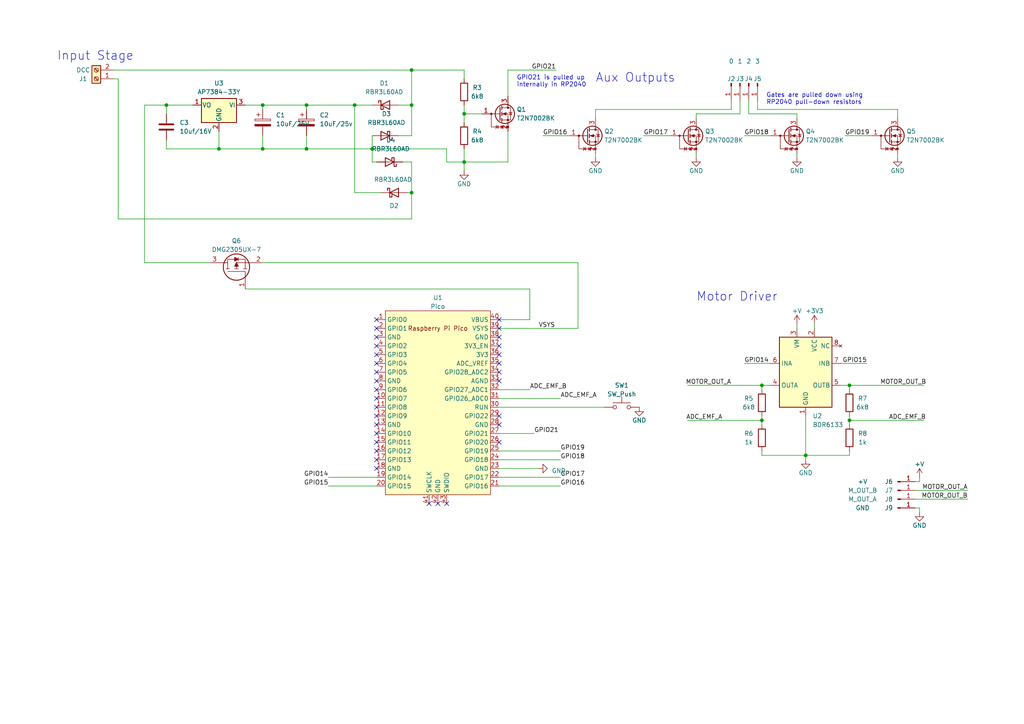
<source format=kicad_sch>
(kicad_sch (version 20230121) (generator eeschema)
  (paper "A4")
  (title_block (title "Pico DCC Decoder - ") (date "2024-10-26") (rev "3.0") (comment 1 "Changed Inpuut regulator"))
  (lib_symbols
    (symbol "Connector:Conn_01x01_Male" (pin_names (offset 1.016) hide)
      (property "Reference" "J" (at 0 2.54 0))
      (property "Value" "Conn_01x01_Male" (at 0 -2.54 0))
      (symbol "Conn_01x01_Male_1_1"
        (polyline (pts (xy 1.27 0) (xy 0.8636 0)) (stroke (width 0.1524)))
        (rectangle (start 0.8636 0.127) (end 0 -0.127) (stroke (width 0.1524)) (fill (type outline)))
        (pin passive line (at 5.08 0 180) (length 3.81) (name "Pin_1") (number "1"))
      )
    )
    (symbol "Connector:Screw_Terminal_01x02" (pin_names (offset 1.016) hide)
      (property "Reference" "J" (at 0 2.54 0))
      (property "Value" "Screw_Terminal_01x02" (at 0 -5.08 0))
      (symbol "Screw_Terminal_01x02_1_1"
        (rectangle (start -1.27 1.27) (end 1.27 -3.81) (stroke (width 0.254)) (fill (type background)))
        (circle (center 0 -2.54) (radius 0.635) (stroke (width 0.1524)))
        (polyline (pts (xy -0.5334 -2.2098) (xy 0.3302 -3.048)) (stroke (width 0.1524)))
        (polyline (pts (xy -0.5334 0.3302) (xy 0.3302 -0.508)) (stroke (width 0.1524)))
        (polyline (pts (xy -0.3556 -2.032) (xy 0.508 -2.8702)) (stroke (width 0.1524)))
        (polyline (pts (xy -0.3556 0.508) (xy 0.508 -0.3302)) (stroke (width 0.1524)))
        (circle (center 0 0) (radius 0.635) (stroke (width 0.1524)))
        (pin passive line (at -5.08 0 0) (length 3.81) (name "Pin_1") (number "1"))
        (pin passive line (at -5.08 -2.54 0) (length 3.81) (name "Pin_2") (number "2"))
      )
    )
    (symbol "DMG2305UX-7:DMG2305UX-7" (pin_names (offset 0.762))
      (property "Reference" "Q" (at 11.43 3.81 0))
      (property "Value" "DMG2305UX-7" (at 11.43 1.27 0))
      (symbol "DMG2305UX-7_0_0"
        (pin passive line (at 0 0 0) (length 2.54) (name "~") (number "1"))
        (pin passive line (at 7.62 -5.08 90) (length 2.54) (name "~") (number "2"))
        (pin passive line (at 7.62 10.16 270) (length 2.54) (name "~") (number "3"))
      )
      (symbol "DMG2305UX-7_0_1"
        (polyline (pts (xy 5.842 -0.508) (xy 5.842 0.508)) (stroke (width 0.1524)))
        (polyline (pts (xy 5.842 0) (xy 7.62 0)) (stroke (width 0.1524)))
        (polyline (pts (xy 5.842 2.032) (xy 5.842 3.048)) (stroke (width 0.1524)))
        (polyline (pts (xy 5.842 5.588) (xy 5.842 4.572)) (stroke (width 0.1524)))
        (polyline (pts (xy 7.62 2.54) (xy 5.842 2.54)) (stroke (width 0.1524)))
        (polyline (pts (xy 7.62 2.54) (xy 7.62 -2.54)) (stroke (width 0.1524)))
        (polyline (pts (xy 7.62 5.08) (xy 5.842 5.08)) (stroke (width 0.1524)))
        (polyline (pts (xy 7.62 5.08) (xy 7.62 7.62)) (stroke (width 0.1524)))
        (polyline (pts (xy 8.128 2.032) (xy 9.144 2.032)) (stroke (width 0.1524)))
        (polyline (pts (xy 2.54 0) (xy 5.08 0) (xy 5.08 5.08)) (stroke (width 0.1524)))
        (polyline (pts (xy 8.636 2.032) (xy 8.636 0) (xy 7.62 0)) (stroke (width 0.1524)))
        (polyline (pts (xy 8.636 3.048) (xy 8.636 5.08) (xy 7.62 5.08)) (stroke (width 0.1524)))
        (polyline (pts (xy 7.62 2.54) (xy 6.604 3.048) (xy 6.604 2.032) (xy 7.62 2.54)) (stroke (width 0.254)) (fill (type outline)))
        (polyline (pts (xy 8.636 2.032) (xy 8.128 3.048) (xy 9.144 3.048) (xy 8.636 2.032)) (stroke (width 0.254)) (fill (type outline)))
        (circle (center 6.35 2.54) (radius 3.81) (stroke (width 0.254)))
      )
    )
    (symbol "Device:C" (pin_numbers hide) (pin_names (offset 0.254))
      (property "Reference" "C" (at 0.635 2.54 0))
      (property "Value" "C" (at 0.635 -2.54 0))
      (symbol "C_0_1"
        (polyline (pts (xy -2.032 -0.762) (xy 2.032 -0.762)) (stroke (width 0.508)))
        (polyline (pts (xy -2.032 0.762) (xy 2.032 0.762)) (stroke (width 0.508)))
      )
      (symbol "C_1_1"
        (pin passive line (at 0 3.81 270) (length 2.794) (name "~") (number "1"))
        (pin passive line (at 0 -3.81 90) (length 2.794) (name "~") (number "2"))
      )
    )
    (symbol "Device:C_Polarized" (pin_numbers hide) (pin_names (offset 0.254))
      (property "Reference" "C" (at 0.635 2.54 0))
      (property "Value" "C_Polarized" (at 0.635 -2.54 0))
      (symbol "C_Polarized_0_1"
        (rectangle (start -2.286 0.508) (end 2.286 1.016))
        (polyline (pts (xy -1.778 2.286) (xy -0.762 2.286)))
        (polyline (pts (xy -1.27 2.794) (xy -1.27 1.778)))
        (rectangle (start 2.286 -0.508) (end -2.286 -1.016) (fill (type outline)))
      )
      (symbol "C_Polarized_1_1"
        (pin passive line (at 0 3.81 270) (length 2.794) (name "~") (number "1"))
        (pin passive line (at 0 -3.81 90) (length 2.794) (name "~") (number "2"))
      )
    )
    (symbol "Device:D_Schottky" (pin_numbers hide) (pin_names (offset 1.016) hide)
      (property "Reference" "D" (at 0 2.54 0))
      (property "Value" "D_Schottky" (at 0 -2.54 0))
      (symbol "D_Schottky_0_1"
        (polyline (pts (xy 1.27 0) (xy -1.27 0)))
        (polyline (pts (xy 1.27 1.27) (xy 1.27 -1.27) (xy -1.27 0) (xy 1.27 1.27)) (stroke (width 0.254)))
        (polyline (pts (xy -1.905 0.635) (xy -1.905 1.27) (xy -1.27 1.27) (xy -1.27 -1.27) (xy -0.635 -1.27) (xy -0.635 -0.635)) (stroke (width 0.254)))
      )
      (symbol "D_Schottky_1_1"
        (pin passive line (at -3.81 0 0) (length 2.54) (name "K") (number "1"))
        (pin passive line (at 3.81 0 180) (length 2.54) (name "A") (number "2"))
      )
    )
    (symbol "Device:R" (pin_numbers hide) (pin_names (offset 0))
      (property "Reference" "R" (at 2.032 0 90))
      (property "Value" "R" (at 0 0 90))
      (symbol "R_0_1"
        (rectangle (start -1.016 -2.54) (end 1.016 2.54) (stroke (width 0.254)))
      )
      (symbol "R_1_1"
        (pin passive line (at 0 3.81 270) (length 1.27) (name "~") (number "1"))
        (pin passive line (at 0 -3.81 90) (length 1.27) (name "~") (number "2"))
      )
    )
    (symbol "GND_1" (power) (pin_names (offset 0))
      (property "Value" "GND_1" (at 0 -3.81 0))
      (symbol "GND_1_0_1"
        (polyline (pts (xy 0 0) (xy 0 -1.27) (xy 1.27 -1.27) (xy 0 -2.54) (xy -1.27 -1.27) (xy 0 -1.27)))
      )
      (symbol "GND_1_1_1"
        (pin power_in line (at 0 0 270) (length 0) hide (name "GND") (number "1"))
      )
    )
    (symbol "MCU_RaspberryPi_and_Boards:Pico"
      (property "Reference" "U" (at -13.97 27.94 0))
      (property "Value" "Pico" (at 0 19.05 0))
      (symbol "Pico_0_0"
        (text "Raspberry Pi Pico" (at 0 21.59 0) (effects (font (size 1.27 1.27))))
      )
      (symbol "Pico_0_1"
        (rectangle (start -15.24 26.67) (end 15.24 -26.67) (fill (type background)))
      )
      (symbol "Pico_1_1"
        (pin bidirectional line (at -17.78 24.13 0) (length 2.54) (name "GPIO0") (number "1"))
        (pin bidirectional line (at -17.78 1.27 0) (length 2.54) (name "GPIO7") (number "10"))
        (pin bidirectional line (at -17.78 -1.27 0) (length 2.54) (name "GPIO8") (number "11"))
        (pin bidirectional line (at -17.78 -3.81 0) (length 2.54) (name "GPIO9") (number "12"))
        (pin power_in line (at -17.78 -6.35 0) (length 2.54) (name "GND") (number "13"))
        (pin bidirectional line (at -17.78 -8.89 0) (length 2.54) (name "GPIO10") (number "14"))
        (pin bidirectional line (at -17.78 -11.43 0) (length 2.54) (name "GPIO11") (number "15"))
        (pin bidirectional line (at -17.78 -13.97 0) (length 2.54) (name "GPIO12") (number "16"))
        (pin bidirectional line (at -17.78 -16.51 0) (length 2.54) (name "GPIO13") (number "17"))
        (pin power_in line (at -17.78 -19.05 0) (length 2.54) (name "GND") (number "18"))
        (pin bidirectional line (at -17.78 -21.59 0) (length 2.54) (name "GPIO14") (number "19"))
        (pin bidirectional line (at -17.78 21.59 0) (length 2.54) (name "GPIO1") (number "2"))
        (pin bidirectional line (at -17.78 -24.13 0) (length 2.54) (name "GPIO15") (number "20"))
        (pin bidirectional line (at 17.78 -24.13 180) (length 2.54) (name "GPIO16") (number "21"))
        (pin bidirectional line (at 17.78 -21.59 180) (length 2.54) (name "GPIO17") (number "22"))
        (pin power_in line (at 17.78 -19.05 180) (length 2.54) (name "GND") (number "23"))
        (pin bidirectional line (at 17.78 -16.51 180) (length 2.54) (name "GPIO18") (number "24"))
        (pin bidirectional line (at 17.78 -13.97 180) (length 2.54) (name "GPIO19") (number "25"))
        (pin bidirectional line (at 17.78 -11.43 180) (length 2.54) (name "GPIO20") (number "26"))
        (pin bidirectional line (at 17.78 -8.89 180) (length 2.54) (name "GPIO21") (number "27"))
        (pin power_in line (at 17.78 -6.35 180) (length 2.54) (name "GND") (number "28"))
        (pin bidirectional line (at 17.78 -3.81 180) (length 2.54) (name "GPIO22") (number "29"))
        (pin power_in line (at -17.78 19.05 0) (length 2.54) (name "GND") (number "3"))
        (pin input line (at 17.78 -1.27 180) (length 2.54) (name "RUN") (number "30"))
        (pin bidirectional line (at 17.78 1.27 180) (length 2.54) (name "GPIO26_ADC0") (number "31"))
        (pin bidirectional line (at 17.78 3.81 180) (length 2.54) (name "GPIO27_ADC1") (number "32"))
        (pin power_in line (at 17.78 6.35 180) (length 2.54) (name "AGND") (number "33"))
        (pin bidirectional line (at 17.78 8.89 180) (length 2.54) (name "GPIO28_ADC2") (number "34"))
        (pin power_in line (at 17.78 11.43 180) (length 2.54) (name "ADC_VREF") (number "35"))
        (pin power_in line (at 17.78 13.97 180) (length 2.54) (name "3V3") (number "36"))
        (pin input line (at 17.78 16.51 180) (length 2.54) (name "3V3_EN") (number "37"))
        (pin bidirectional line (at 17.78 19.05 180) (length 2.54) (name "GND") (number "38"))
        (pin power_in line (at 17.78 21.59 180) (length 2.54) (name "VSYS") (number "39"))
        (pin bidirectional line (at -17.78 16.51 0) (length 2.54) (name "GPIO2") (number "4"))
        (pin power_in line (at 17.78 24.13 180) (length 2.54) (name "VBUS") (number "40"))
        (pin input line (at -2.54 -29.21 90) (length 2.54) (name "SWCLK") (number "41"))
        (pin power_in line (at 0 -29.21 90) (length 2.54) (name "GND") (number "42"))
        (pin bidirectional line (at 2.54 -29.21 90) (length 2.54) (name "SWDIO") (number "43"))
        (pin bidirectional line (at -17.78 13.97 0) (length 2.54) (name "GPIO3") (number "5"))
        (pin bidirectional line (at -17.78 11.43 0) (length 2.54) (name "GPIO4") (number "6"))
        (pin bidirectional line (at -17.78 8.89 0) (length 2.54) (name "GPIO5") (number "7"))
        (pin power_in line (at -17.78 6.35 0) (length 2.54) (name "GND") (number "8"))
        (pin bidirectional line (at -17.78 3.81 0) (length 2.54) (name "GPIO6") (number "9"))
      )
    )
    (symbol "RP2040-Decoder_Additional_Symbols:+V" (power) (pin_names (offset 0))
      (property "Value" "+V" (at 0 3.556 0))
      (symbol "+V_0_1"
        (polyline (pts (xy -0.762 1.27) (xy 0 2.54)))
        (polyline (pts (xy 0 0) (xy 0 2.54)))
        (polyline (pts (xy 0 2.54) (xy 0.762 1.27)))
      )
      (symbol "+V_1_1"
        (pin power_in line (at 0 0 90) (length 0) hide (name "+V") (number "1"))
      )
    )
    (symbol "RP2040-Decoder_Additional_Symbols:BDR6133"
      (property "Reference" "U" (at 6.35 11.43 0))
      (property "Value" "BDR6133" (at -10.16 11.43 0))
      (symbol "BDR6133_0_1"
        (rectangle (start -7.62 10.16) (end 7.62 -10.16) (stroke (width 0.254)) (fill (type background)))
      )
      (symbol "BDR6133_1_1"
        (pin power_in line (at 0 -12.7 90) (length 2.54) (name "GND") (number "1"))
        (pin power_in line (at 2.54 12.7 270) (length 2.54) (name "VCC") (number "2"))
        (pin power_in line (at -2.54 12.7 270) (length 2.54) (name "VM") (number "3"))
        (pin output line (at -10.16 -3.81 0) (length 2.54) (name "OUTA") (number "4"))
        (pin output line (at 10.16 -3.81 180) (length 2.54) (name "OUTB") (number "5"))
        (pin input line (at -10.16 2.54 0) (length 2.54) (name "INA") (number "6"))
        (pin input line (at 10.16 2.54 180) (length 2.54) (name "INB") (number "7"))
        (pin no_connect line (at 10.16 7.62 180) (length 2.54) (name "NC") (number "8"))
        (pin passive line (at 0 -12.7 90) (length 2.54) hide (name "GND") (number "9"))
      )
    )
    (symbol "RP2040-Decoder_Additional_Symbols:T2N7002BK" (pin_names (offset 0) hide)
      (property "Reference" "Q" (at 5.08 1.905 0))
      (property "Value" "T2N7002BK" (at 5.08 0 0))
      (symbol "T2N7002BK_0_1"
        (polyline (pts (xy 2.54 -3.81) (xy -2.286 -3.81) (xy -2.286 0)))
      )
      (symbol "T2N7002BK_1_1"
        (circle (center -2.286 0) (radius 0.254) (fill (type outline)))
        (polyline (pts (xy 0.254 0) (xy -2.54 0)))
        (polyline (pts (xy 0.254 1.905) (xy 0.254 -1.905)) (stroke (width 0.254)))
        (polyline (pts (xy 0.762 -1.27) (xy 0.762 -2.286)) (stroke (width 0.254)))
        (polyline (pts (xy 0.762 0.508) (xy 0.762 -0.508)) (stroke (width 0.254)))
        (polyline (pts (xy 0.762 2.286) (xy 0.762 1.27)) (stroke (width 0.254)))
        (polyline (pts (xy 2.54 2.54) (xy 2.54 1.778)))
        (polyline (pts (xy 2.54 -2.54) (xy 2.54 0) (xy 0.762 0)))
        (polyline (pts (xy -1.016 -4.318) (xy -0.889 -4.191) (xy -0.889 -3.429) (xy -0.762 -3.302)))
        (polyline (pts (xy -0.889 -3.81) (xy -0.254 -4.191) (xy -0.254 -3.429) (xy -0.889 -3.81)))
        (polyline (pts (xy 0.762 -1.778) (xy 3.302 -1.778) (xy 3.302 1.778) (xy 0.762 1.778)))
        (polyline (pts (xy 1.016 0) (xy 2.032 0.381) (xy 2.032 -0.381) (xy 1.016 0)) (fill (type outline)))
        (polyline (pts (xy 1.143 -3.81) (xy 0.508 -3.429) (xy 0.508 -4.191) (xy 1.143 -3.81)))
        (polyline (pts (xy 1.27 -3.302) (xy 1.143 -3.429) (xy 1.143 -4.191) (xy 1.016 -4.318)))
        (polyline (pts (xy 2.794 0.508) (xy 2.921 0.381) (xy 3.683 0.381) (xy 3.81 0.254)))
        (polyline (pts (xy 3.302 0.381) (xy 2.921 -0.254) (xy 3.683 -0.254) (xy 3.302 0.381)))
        (circle (center 1.651 0) (radius 2.794) (stroke (width 0.254)))
        (circle (center 2.54 -3.81) (radius 0.254) (fill (type outline)))
        (circle (center 2.54 -1.778) (radius 0.254) (fill (type outline)))
        (circle (center 2.54 1.778) (radius 0.254) (fill (type outline)))
        (pin input line (at -5.08 0 0) (length 2.54) (name "G") (number "1"))
        (pin passive line (at 2.54 -5.08 90) (length 2.54) (name "S") (number "2"))
        (pin passive line (at 2.54 5.08 270) (length 2.54) (name "D") (number "3"))
      )
    )
    (symbol "Regulator_Linear:AP7384-33Y" (pin_names (offset 0.254))
      (property "Reference" "U" (at -3.81 3.175 0))
      (property "Value" "AP7384-33Y" (at 0 3.175 0))
      (symbol "AP7384-33Y_0_1"
        (rectangle (start -5.08 1.905) (end 5.08 -5.08) (stroke (width 0.254)) (fill (type background)))
      )
      (symbol "AP7384-33Y_1_1"
        (pin power_out line (at 7.62 0 180) (length 2.54) (name "VO") (number "1"))
        (pin power_in line (at 0 -7.62 90) (length 2.54) (name "GND") (number "2"))
        (pin power_in line (at -7.62 0 0) (length 2.54) (name "VI") (number "3"))
      )
    )
    (symbol "Switch:SW_Push" (pin_numbers hide) (pin_names (offset 1.016) hide)
      (property "Reference" "SW" (at 1.27 2.54 0))
      (property "Value" "SW_Push" (at 0 -1.524 0))
      (symbol "SW_Push_0_1"
        (circle (center -2.032 0) (radius 0.508))
        (polyline (pts (xy 0 1.27) (xy 0 3.048)))
        (polyline (pts (xy 2.54 1.27) (xy -2.54 1.27)))
        (circle (center 2.032 0) (radius 0.508))
        (pin passive line (at -5.08 0 0) (length 2.54) (name "1") (number "1"))
        (pin passive line (at 5.08 0 180) (length 2.54) (name "2") (number "2"))
      )
    )
    (symbol "power:+3V3" (power) (pin_names (offset 0))
      (property "Value" "+3V3" (at 0 3.556 0))
      (symbol "+3V3_0_1"
        (polyline (pts (xy -0.762 1.27) (xy 0 2.54)))
        (polyline (pts (xy 0 0) (xy 0 2.54)))
        (polyline (pts (xy 0 2.54) (xy 0.762 1.27)))
      )
      (symbol "+3V3_1_1"
        (pin power_in line (at 0 0 90) (length 0) hide (name "+3V3") (number "1"))
      )
    )
    (symbol "power:GND" (power) (pin_names (offset 0))
      (property "Value" "GND" (at 0 -3.81 0))
      (symbol "GND_0_1"
        (polyline (pts (xy 0 0) (xy 0 -1.27) (xy 1.27 -1.27) (xy 0 -2.54) (xy -1.27 -1.27) (xy 0 -1.27)))
      )
      (symbol "GND_1_1"
        (pin power_in line (at 0 0 270) (length 0) hide (name "GND") (number "1"))
      )
    )
  )
  (junction (at 107.95 43.18))
  (junction (at 76.2 43.18))
  (junction (at 233.68 132.08))
  (junction (at 102.87 30.48))
  (junction (at 134.62 46.99))
  (junction (at 119.38 20.32))
  (junction (at 119.38 55.88))
  (junction (at 88.9 43.18))
  (junction (at 88.9 30.48))
  (junction (at 246.38 111.76))
  (junction (at 134.62 33.02))
  (junction (at 119.38 30.48))
  (junction (at 76.2 30.48))
  (junction (at 63.5 43.18))
  (junction (at 246.38 121.92))
  (junction (at 48.26 30.48))
  (junction (at 220.98 121.92))
  (junction (at 220.98 111.76))
  (no_connect (at 109.22 113.03))
  (no_connect (at 109.22 133.35))
  (no_connect (at 109.22 123.19))
  (no_connect (at 109.22 95.25))
  (no_connect (at 109.22 92.71))
  (no_connect (at 144.78 107.95))
  (no_connect (at 109.22 97.79))
  (no_connect (at 144.78 100.33))
  (no_connect (at 144.78 95.25))
  (no_connect (at 109.22 128.27))
  (no_connect (at 109.22 130.81))
  (no_connect (at 109.22 102.87))
  (no_connect (at 144.78 123.19))
  (no_connect (at 144.78 102.87))
  (no_connect (at 109.22 118.11))
  (no_connect (at 109.22 115.57))
  (no_connect (at 144.78 97.79))
  (no_connect (at 124.46 146.05))
  (no_connect (at 109.22 105.41))
  (no_connect (at 109.22 110.49))
  (no_connect (at 109.22 135.89))
  (no_connect (at 144.78 110.49))
  (no_connect (at 144.78 92.71))
  (no_connect (at 109.22 125.73))
  (no_connect (at 144.78 128.27))
  (no_connect (at 127 146.05))
  (no_connect (at 144.78 120.65))
  (no_connect (at 129.54 146.05))
  (no_connect (at 109.22 107.95))
  (no_connect (at 109.22 120.65))
  (no_connect (at 109.22 100.33))
  (no_connect (at 144.78 105.41))
  (wire (pts (xy 246.38 113.03) (xy 246.38 111.76)))
  (wire (pts (xy 119.38 46.99) (xy 116.84 46.99)))
  (wire (pts (xy 233.68 132.08) (xy 220.98 132.08)))
  (wire (pts (xy 260.35 44.45) (xy 260.35 45.72)))
  (wire (pts (xy 76.2 39.37) (xy 76.2 43.18)))
  (wire (pts (xy 157.48 39.37) (xy 165.1 39.37)))
  (wire (pts (xy 102.87 30.48) (xy 102.87 55.88)))
  (wire (pts (xy 215.9 39.37) (xy 223.52 39.37)))
  (wire (pts (xy 199.39 121.92) (xy 220.98 121.92)))
  (wire (pts (xy 71.12 30.48) (xy 76.2 30.48)))
  (wire (pts (xy 233.68 132.08) (xy 233.68 133.35)))
  (wire (pts (xy 144.78 130.81) (xy 162.56 130.81)))
  (wire (pts (xy 34.29 63.5) (xy 34.29 22.86)))
  (wire (pts (xy 144.78 125.73) (xy 154.94 125.73)))
  (wire (pts (xy 214.63 29.21) (xy 214.63 33.02)))
  (wire (pts (xy 172.72 44.45) (xy 172.72 45.72)))
  (wire (pts (xy 266.7 147.32) (xy 266.7 148.59)))
  (wire (pts (xy 231.14 33.02) (xy 231.14 34.29)))
  (wire (pts (xy 220.98 111.76) (xy 223.52 111.76)))
  (wire (pts (xy 88.9 43.18) (xy 107.95 43.18)))
  (wire (pts (xy 144.78 135.89) (xy 156.21 135.89)))
  (wire (pts (xy 215.9 105.41) (xy 223.52 105.41)))
  (wire (pts (xy 63.5 43.18) (xy 76.2 43.18)))
  (wire (pts (xy 34.29 22.86) (xy 33.02 22.86)))
  (wire (pts (xy 243.84 105.41) (xy 251.46 105.41)))
  (wire (pts (xy 134.62 33.02) (xy 139.7 33.02)))
  (wire (pts (xy 48.26 30.48) (xy 48.26 33.02)))
  (wire (pts (xy 119.38 63.5) (xy 119.38 55.88)))
  (wire (pts (xy 144.78 95.25) (xy 167.64 95.25)))
  (wire (pts (xy 107.95 43.18) (xy 107.95 46.99)))
  (wire (pts (xy 48.26 30.48) (xy 55.88 30.48)))
  (wire (pts (xy 107.95 46.99) (xy 109.22 46.99)))
  (wire (pts (xy 134.62 46.99) (xy 147.32 46.99)))
  (wire (pts (xy 220.98 130.81) (xy 220.98 132.08)))
  (wire (pts (xy 134.62 43.18) (xy 134.62 46.99)))
  (wire (pts (xy 107.95 39.37) (xy 107.95 43.18)))
  (wire (pts (xy 144.78 138.43) (xy 162.56 138.43)))
  (wire (pts (xy 201.93 33.02) (xy 214.63 33.02)))
  (wire (pts (xy 76.2 43.18) (xy 88.9 43.18)))
  (wire (pts (xy 220.98 121.92) (xy 220.98 120.65)))
  (wire (pts (xy 107.95 43.18) (xy 129.54 43.18)))
  (wire (pts (xy 144.78 113.03) (xy 153.67 113.03)))
  (wire (pts (xy 265.43 147.32) (xy 266.7 147.32)))
  (wire (pts (xy 212.09 29.21) (xy 212.09 31.75)))
  (wire (pts (xy 119.38 20.32) (xy 134.62 20.32)))
  (wire (pts (xy 71.12 83.82) (xy 153.67 83.82)))
  (wire (pts (xy 119.38 30.48) (xy 115.57 30.48)))
  (wire (pts (xy 212.09 31.75) (xy 172.72 31.75)))
  (wire (pts (xy 186.69 39.37) (xy 194.31 39.37)))
  (wire (pts (xy 144.78 92.71) (xy 153.67 92.71)))
  (wire (pts (xy 41.91 30.48) (xy 48.26 30.48)))
  (wire (pts (xy 48.26 43.18) (xy 48.26 40.64)))
  (wire (pts (xy 246.38 111.76) (xy 267.97 111.76)))
  (wire (pts (xy 220.98 123.19) (xy 220.98 121.92)))
  (wire (pts (xy 95.25 138.43) (xy 109.22 138.43)))
  (wire (pts (xy 76.2 76.2) (xy 167.64 76.2)))
  (wire (pts (xy 246.38 121.92) (xy 246.38 120.65)))
  (wire (pts (xy 34.29 63.5) (xy 119.38 63.5)))
  (wire (pts (xy 119.38 30.48) (xy 119.38 39.37)))
  (wire (pts (xy 201.93 44.45) (xy 201.93 45.72)))
  (wire (pts (xy 266.7 138.43) (xy 266.7 139.7)))
  (wire (pts (xy 119.38 55.88) (xy 119.38 46.99)))
  (wire (pts (xy 119.38 20.32) (xy 119.38 30.48)))
  (wire (pts (xy 41.91 30.48) (xy 41.91 76.2)))
  (wire (pts (xy 219.71 29.21) (xy 219.71 31.75)))
  (wire (pts (xy 129.54 43.18) (xy 129.54 46.99)))
  (wire (pts (xy 63.5 38.1) (xy 63.5 43.18)))
  (wire (pts (xy 144.78 115.57) (xy 162.56 115.57)))
  (wire (pts (xy 134.62 20.32) (xy 134.62 22.86)))
  (wire (pts (xy 41.91 76.2) (xy 60.96 76.2)))
  (wire (pts (xy 236.22 93.98) (xy 236.22 95.25)))
  (wire (pts (xy 199.39 111.76) (xy 220.98 111.76)))
  (wire (pts (xy 246.38 121.92) (xy 246.38 123.19)))
  (wire (pts (xy 246.38 111.76) (xy 243.84 111.76)))
  (wire (pts (xy 260.35 31.75) (xy 260.35 34.29)))
  (wire (pts (xy 144.78 118.11) (xy 175.26 118.11)))
  (wire (pts (xy 144.78 133.35) (xy 162.56 133.35)))
  (wire (pts (xy 95.25 140.97) (xy 109.22 140.97)))
  (wire (pts (xy 280.67 144.78) (xy 265.43 144.78)))
  (wire (pts (xy 172.72 31.75) (xy 172.72 34.29)))
  (wire (pts (xy 76.2 30.48) (xy 76.2 31.75)))
  (wire (pts (xy 266.7 139.7) (xy 265.43 139.7)))
  (wire (pts (xy 246.38 121.92) (xy 267.97 121.92)))
  (wire (pts (xy 134.62 33.02) (xy 134.62 35.56)))
  (wire (pts (xy 245.11 39.37) (xy 252.73 39.37)))
  (wire (pts (xy 147.32 38.1) (xy 147.32 46.99)))
  (wire (pts (xy 219.71 31.75) (xy 260.35 31.75)))
  (wire (pts (xy 201.93 34.29) (xy 201.93 33.02)))
  (wire (pts (xy 231.14 44.45) (xy 231.14 45.72)))
  (wire (pts (xy 63.5 43.18) (xy 48.26 43.18)))
  (wire (pts (xy 88.9 39.37) (xy 88.9 43.18)))
  (wire (pts (xy 119.38 55.88) (xy 118.11 55.88)))
  (wire (pts (xy 102.87 55.88) (xy 110.49 55.88)))
  (wire (pts (xy 33.02 20.32) (xy 119.38 20.32)))
  (wire (pts (xy 217.17 33.02) (xy 231.14 33.02)))
  (wire (pts (xy 129.54 46.99) (xy 134.62 46.99)))
  (wire (pts (xy 220.98 113.03) (xy 220.98 111.76)))
  (wire (pts (xy 88.9 30.48) (xy 102.87 30.48)))
  (wire (pts (xy 88.9 30.48) (xy 88.9 31.75)))
  (wire (pts (xy 231.14 93.98) (xy 231.14 95.25)))
  (wire (pts (xy 280.67 142.24) (xy 265.43 142.24)))
  (wire (pts (xy 153.67 92.71) (xy 153.67 83.82)))
  (wire (pts (xy 167.64 76.2) (xy 167.64 95.25)))
  (wire (pts (xy 144.78 140.97) (xy 162.56 140.97)))
  (wire (pts (xy 217.17 29.21) (xy 217.17 33.02)))
  (wire (pts (xy 102.87 30.48) (xy 107.95 30.48)))
  (wire (pts (xy 147.32 20.32) (xy 147.32 27.94)))
  (wire (pts (xy 233.68 120.65) (xy 233.68 132.08)))
  (wire (pts (xy 134.62 46.99) (xy 134.62 49.53)))
  (wire (pts (xy 147.32 20.32) (xy 161.29 20.32)))
  (wire (pts (xy 246.38 130.81) (xy 246.38 132.08)))
  (wire (pts (xy 119.38 39.37) (xy 115.57 39.37)))
  (wire (pts (xy 76.2 30.48) (xy 88.9 30.48)))
  (wire (pts (xy 134.62 30.48) (xy 134.62 33.02)))
  (wire (pts (xy 233.68 132.08) (xy 246.38 132.08)))
  (text "Gates are pulled down using\nRP2040 pull-down resistors" (at 222.25 30.48 0) (effects (font (size 1.27 1.27)) (justify left bottom)))
  (text "Motor Driver" (at 201.93 87.63 0) (effects (font (size 2.54 2.54)) (justify left bottom)))
  (text "GPIO21 is pulled up\ninternally in RP2040" (at 149.86 25.4 0) (effects (font (size 1.27 1.27)) (justify left bottom)))
  (text "Aux Outputs" (at 172.72 24.13 0) (effects (font (size 2.54 2.54)) (justify left bottom)))
  (text "Input Stage" (at 16.51 17.78 0) (effects (font (size 2.54 2.54)) (justify left bottom)))
  (label "MOTOR_OUT_B" (at 255.27 111.76 0))
  (label "GPIO19" (at 245.11 39.37 0))
  (label "ADC_EMF_A" (at 209.55 121.92 180))
  (label "GPIO21" (at 161.29 20.32 180))
  (label "VSYS" (at 156.21 95.25 0))
  (label "GPIO14" (at 95.25 138.43 180))
  (label "GPIO14" (at 215.9 105.41 0))
  (label "GPIO21" (at 154.94 125.73 0))
  (label "GPIO16" (at 157.48 39.37 0))
  (label "GPIO18" (at 215.9 39.37 0))
  (label "GPIO15" (at 95.25 140.97 180))
  (label "MOTOR_OUT_A" (at 280.67 142.24 180))
  (label "GPIO19" (at 162.56 130.81 0))
  (label "ADC_EMF_B" (at 153.67 113.03 0))
  (label "GPIO17" (at 162.56 138.43 0))
  (label "GPIO15" (at 251.46 105.41 180))
  (label "GPIO16" (at 162.56 140.97 0))
  (label "MOTOR_OUT_A" (at 212.09 111.76 180))
  (label "ADC_EMF_B" (at 257.81 121.92 0))
  (label "ADC_EMF_A" (at 162.56 115.57 0))
  (label "GPIO18" (at 162.56 133.35 0))
  (label "MOTOR_OUT_B" (at 280.67 144.78 180))
  (label "GPIO17" (at 186.69 39.37 0))
  (symbol (lib_id "Device:R") (at 246.38 116.84 180) (unit 1)
    (property "Reference" "R7" (at 250.19 115.57 0))
    (property "Value" "6k8" (at 250.19 118.11 0))
    (property "Footprint" "Resistor_SMD:R_1206_3216Metric_Pad1.30x1.75mm_HandSolder" (effects hide))
  )
  (symbol (lib_id "Device:R") (at 246.38 127 180) (unit 1)
    (property "Reference" "R8" (at 250.19 125.73 0))
    (property "Value" "1k" (at 250.19 128.27 0))
    (property "Footprint" "Resistor_SMD:R_1206_3216Metric_Pad1.30x1.75mm_HandSolder" (effects hide))
  )
  (symbol (lib_id "Device:R") (at 220.98 127 180) (unit 1)
    (property "Reference" "R6" (at 217.17 125.73 0))
    (property "Value" "1k" (at 217.17 128.27 0))
    (property "Footprint" "Resistor_SMD:R_1206_3216Metric_Pad1.30x1.75mm_HandSolder" (effects hide))
  )
  (symbol (lib_id "Device:R") (at 220.98 116.84 180) (unit 1)
    (property "Reference" "R5" (at 217.17 115.57 0))
    (property "Value" "6k8" (at 217.17 118.11 0))
    (property "Footprint" "Resistor_SMD:R_1206_3216Metric_Pad1.30x1.75mm_HandSolder" (effects hide))
  )
  (symbol (lib_id "Device:R") (at 134.62 39.37 180) (unit 1)
    (property "Reference" "R4" (at 138.43 38.1 0))
    (property "Value" "6k8" (at 138.43 40.64 0))
    (property "Footprint" "Resistor_SMD:R_1206_3216Metric_Pad1.30x1.75mm_HandSolder" (effects hide))
  )
  (symbol (lib_id "power:GND") (at 266.7 148.59 0) (mirror y) (unit 1)
    (property "Reference" "#PWR016" (effects hide))
    (property "Value" "GND" (at 266.7 152.4 0))
  )
  (symbol (lib_id "MCU_RaspberryPi_and_Boards:Pico") (at 127 116.84 0) (unit 1)
    (property "Reference" "U1" (at 127 86.36 0))
    (property "Value" "Pico" (at 127 88.9 0))
    (property "Footprint" "MCU_RaspberryPi_and_Boards:RP2040Pico" (effects hide))
  )
  (symbol (lib_id "Connector:Conn_01x01_Male") (at 217.17 24.13 270) (unit 1)
    (property "Reference" "J4" (at 217.17 22.86 90))
    (property "Value" "2" (at 217.17 17.78 90))
    (property "Footprint" "TestPoint:TestPoint_Pad_D2.0mm" (effects hide))
  )
  (symbol (lib_id "Switch:SW_Push") (at 180.34 118.11 0) (unit 1)
    (property "Reference" "SW1" (at 180.34 111.76 0))
    (property "Value" "SW_Push" (at 180.34 114.3 0))
    (property "Footprint" "Button_Switch_SMD:SW_Tactile_SPST_NO_Straight_CK_PTS636Sx25SMTRLFS" (effects hide))
  )
  (symbol (lib_id "Connector:Screw_Terminal_01x02") (at 27.94 22.86 180) (unit 1)
    (property "Reference" "J1" (at 24.13 22.86 0))
    (property "Value" "DCC" (at 24.13 20.32 0))
    (property "Footprint" "TerminalBlock_Phoenix:TerminalBlock_Phoenix_PT-1,5-2-3.5-H_1x02_P3.50mm_Horizontal" (effects hide))
  )
  (symbol (lib_name "GND_1") (lib_id "power:GND") (at 156.21 135.89 90) (unit 1)
    (property "Reference" "#PWR05" (effects hide))
    (property "Value" "GND" (at 160.02 136.525 90) (effects (justify right)))
  )
  (symbol (lib_id "RP2040-Decoder_Additional_Symbols:T2N7002BK") (at 144.78 33.02 0) (unit 1)
    (property "Reference" "Q1" (at 149.86 31.75 0) (effects (justify left)))
    (property "Value" "T2N7002BK" (at 149.86 34.29 0) (effects (justify left)))
    (property "Footprint" "Package_TO_SOT_SMD:SOT-23" (effects hide))
    (property "Datasheet" "https://datasheet.lcsc.com/lcsc/1810271831_TOSHIBA-T2N7002BK-LM_C146372.pdf" (effects hide))
  )
  (symbol (lib_id "power:GND") (at 233.68 133.35 0) (unit 1)
    (property "Reference" "#PWR012" (effects hide))
    (property "Value" "GND" (at 233.68 137.16 0))
  )
  (symbol (lib_id "Device:R") (at 134.62 26.67 180) (unit 1)
    (property "Reference" "R3" (at 138.43 25.4 0))
    (property "Value" "6k8" (at 138.43 27.94 0))
    (property "Footprint" "Resistor_SMD:R_1206_3216Metric_Pad1.30x1.75mm_HandSolder" (effects hide))
  )
  (symbol (lib_id "Device:D_Schottky") (at 113.03 46.99 180) (unit 1)
    (property "Reference" "D4" (at 113.3475 40.64 0))
    (property "Value" "RBR3L60AD" (at 113.3475 43.18 0))
    (property "Footprint" "Diode_SMD:D_SMA_Handsoldering" (effects hide))
  )
  (symbol (lib_id "power:GND") (at 260.35 45.72 0) (unit 1)
    (property "Reference" "#PWR014" (effects hide))
    (property "Value" "GND" (at 260.35 49.53 0))
  )
  (symbol (lib_id "RP2040-Decoder_Additional_Symbols:T2N7002BK") (at 228.6 39.37 0) (unit 1)
    (property "Reference" "Q4" (at 233.68 38.1 0) (effects (justify left)))
    (property "Value" "T2N7002BK" (at 233.68 40.64 0) (effects (justify left)))
    (property "Footprint" "Package_TO_SOT_SMD:SOT-23" (effects hide))
    (property "Datasheet" "https://datasheet.lcsc.com/lcsc/1810271831_TOSHIBA-T2N7002BK-LM_C146372.pdf" (effects hide))
  )
  (symbol (lib_id "Connector:Conn_01x01_Male") (at 260.35 147.32 0) (unit 1)
    (property "Reference" "J9" (at 257.81 147.32 0))
    (property "Value" "GND" (at 250.19 147.32 0))
    (property "Footprint" "TestPoint:TestPoint_Pad_D2.0mm" (effects hide))
  )
  (symbol (lib_id "Connector:Conn_01x01_Male") (at 212.09 24.13 270) (unit 1)
    (property "Reference" "J2" (at 212.09 22.86 90))
    (property "Value" "0" (at 212.09 17.78 90))
    (property "Footprint" "TestPoint:TestPoint_Pad_D2.0mm" (effects hide))
  )
  (symbol (lib_id "power:GND") (at 201.93 45.72 0) (unit 1)
    (property "Reference" "#PWR09" (effects hide))
    (property "Value" "GND" (at 201.93 49.53 0))
  )
  (symbol (lib_id "Device:D_Schottky") (at 111.76 30.48 0) (unit 1)
    (property "Reference" "D1" (at 111.4425 24.13 0))
    (property "Value" "RBR3L60AD" (at 111.4425 26.67 0))
    (property "Footprint" "Diode_SMD:D_SMA_Handsoldering" (effects hide))
  )
  (symbol (lib_id "RP2040-Decoder_Additional_Symbols:T2N7002BK") (at 170.18 39.37 0) (unit 1)
    (property "Reference" "Q2" (at 175.26 38.1 0) (effects (justify left)))
    (property "Value" "T2N7002BK" (at 175.26 40.64 0) (effects (justify left)))
    (property "Footprint" "Package_TO_SOT_SMD:SOT-23" (effects hide))
    (property "Datasheet" "https://datasheet.lcsc.com/lcsc/1810271831_TOSHIBA-T2N7002BK-LM_C146372.pdf" (effects hide))
  )
  (symbol (lib_id "Connector:Conn_01x01_Male") (at 260.35 142.24 0) (unit 1)
    (property "Reference" "J7" (at 257.81 142.24 0))
    (property "Value" "M_OUT_B" (at 250.19 142.24 0))
    (property "Footprint" "TestPoint:TestPoint_Pad_D2.0mm" (effects hide))
  )
  (symbol (lib_id "Device:D_Schottky") (at 114.3 55.88 0) (unit 1)
    (property "Reference" "D2" (at 114.3 59.69 0))
    (property "Value" "RBR3L60AD" (at 113.9825 52.07 0))
    (property "Footprint" "Diode_SMD:D_SMA_Handsoldering" (effects hide))
  )
  (symbol (lib_id "Device:C_Polarized") (at 76.2 35.56 0) (unit 1)
    (property "Reference" "C1" (at 80.01 33.401 0) (effects (justify left)))
    (property "Value" "10uF/25V" (at 80.01 35.941 0) (effects (justify left)))
    (property "Footprint" "Capacitor_Tantalum_SMD:CP_EIA-6032-20_AVX-F_Pad2.25x2.35mm_HandSolder" (effects hide))
  )
  (symbol (lib_id "DMG2305UX-7:DMG2305UX-7") (at 71.12 83.82 90) (unit 1)
    (property "Reference" "Q6" (at 68.58 69.85 90))
    (property "Value" "DMG2305UX-7" (at 68.58 72.39 90))
    (property "Footprint" "SOT96P240X110-3N" (effects hide))
    (property "Datasheet" "https://www.diodes.com/assets/Datasheets/DMG2305UX.pdf" (effects hide))
    (property "Description" "MOSFET P-Ch 20V 5A Enhancement SOT23 Diodes Inc DMG2305UX-7 P-channel MOSFET Transistor, -3.3 A, -20 V, 3-Pin SOT-23" (effects hide))
    (property "Height" "1.1" (effects hide))
    (property "Mouser Part Number" "621-DMG2305UX-7" (effects hide))
    (property "Mouser Price/Stock" "https://www.mouser.co.uk/ProductDetail/Diodes-Incorporated/DMG2305UX-7?qs=L1DZKBg7t5F%2FNBHrjfxC%252Bg%3D%3D" (effects hide))
    (property "Manufacturer_Name" "Diodes Inc." (effects hide))
    (property "Manufacturer_Part_Number" "DMG2305UX-7" (effects hide))
  )
  (symbol (lib_id "Device:C") (at 48.26 36.83 0) (unit 1)
    (property "Reference" "C3" (at 52.07 35.56 0) (effects (justify left)))
    (property "Value" "10uf/16V" (at 52.07 38.1 0) (effects (justify left)))
    (property "Footprint" "Capacitor_SMD:C_1206_3216Metric_Pad1.33x1.80mm_HandSolder" (effects hide))
  )
  (symbol (lib_id "power:GND") (at 185.42 118.11 0) (unit 1)
    (property "Reference" "#PWR08" (effects hide))
    (property "Value" "GND" (at 185.42 121.92 0))
  )
  (symbol (lib_id "RP2040-Decoder_Additional_Symbols:T2N7002BK") (at 257.81 39.37 0) (unit 1)
    (property "Reference" "Q5" (at 262.89 38.1 0) (effects (justify left)))
    (property "Value" "T2N7002BK" (at 262.89 40.64 0) (effects (justify left)))
    (property "Footprint" "Package_TO_SOT_SMD:SOT-23" (effects hide))
    (property "Datasheet" "https://datasheet.lcsc.com/lcsc/1810271831_TOSHIBA-T2N7002BK-LM_C146372.pdf" (effects hide))
  )
  (symbol (lib_id "Connector:Conn_01x01_Male") (at 219.71 24.13 270) (unit 1)
    (property "Reference" "J5" (at 219.71 22.86 90))
    (property "Value" "3" (at 219.71 17.78 90))
    (property "Footprint" "TestPoint:TestPoint_Pad_D2.0mm" (effects hide))
  )
  (symbol (lib_id "power:+3V3") (at 236.22 93.98 0) (mirror y) (unit 1)
    (property "Reference" "#PWR013" (effects hide))
    (property "Value" "+3V3" (at 236.22 90.17 0))
  )
  (symbol (lib_id "power:GND") (at 172.72 45.72 0) (unit 1)
    (property "Reference" "#PWR07" (effects hide))
    (property "Value" "GND" (at 172.72 49.53 0))
  )
  (symbol (lib_id "Regulator_Linear:AP7384-33Y") (at 63.5 30.48 0) (mirror y) (unit 1)
    (property "Reference" "U3" (at 63.5 24.13 0))
    (property "Value" "AP7384-33Y" (at 63.5 26.67 0))
    (property "Footprint" "Package_TO_SOT_SMD:SOT-89-3_Handsoldering" (effects hide))
    (property "Datasheet" "https://www.diodes.com/assets/Datasheets/AP7384.pdf" (effects hide))
  )
  (symbol (lib_id "RP2040-Decoder_Additional_Symbols:T2N7002BK") (at 199.39 39.37 0) (unit 1)
    (property "Reference" "Q3" (at 204.47 38.1 0) (effects (justify left)))
    (property "Value" "T2N7002BK" (at 204.47 40.64 0) (effects (justify left)))
    (property "Footprint" "Package_TO_SOT_SMD:SOT-23" (effects hide))
    (property "Datasheet" "https://datasheet.lcsc.com/lcsc/1810271831_TOSHIBA-T2N7002BK-LM_C146372.pdf" (effects hide))
  )
  (symbol (lib_id "Connector:Conn_01x01_Male") (at 214.63 24.13 270) (unit 1)
    (property "Reference" "J3" (at 214.63 22.86 90))
    (property "Value" "1" (at 214.63 17.78 90))
    (property "Footprint" "TestPoint:TestPoint_Pad_D2.0mm" (effects hide))
  )
  (symbol (lib_id "RP2040-Decoder_Additional_Symbols:+V") (at 231.14 93.98 0) (unit 1)
    (property "Reference" "#PWR011" (effects hide))
    (property "Value" "+V" (at 231.14 90.17 0))
  )
  (symbol (lib_id "Device:D_Schottky") (at 111.76 39.37 180) (unit 1)
    (property "Reference" "D3" (at 112.0775 33.02 0))
    (property "Value" "RBR3L60AD" (at 112.0775 35.56 0))
    (property "Footprint" "Diode_SMD:D_SMA_Handsoldering" (effects hide))
  )
  (symbol (lib_id "power:GND") (at 134.62 49.53 0) (mirror y) (unit 1)
    (property "Reference" "#PWR04" (effects hide))
    (property "Value" "GND" (at 134.62 53.34 0))
  )
  (symbol (lib_id "Device:C_Polarized") (at 88.9 35.56 0) (unit 1)
    (property "Reference" "C2" (at 92.71 33.401 0) (effects (justify left)))
    (property "Value" "10uF/25v" (at 92.71 35.941 0) (effects (justify left)))
    (property "Footprint" "Capacitor_Tantalum_SMD:CP_EIA-6032-20_AVX-F_Pad2.25x2.35mm_HandSolder" (effects hide))
  )
  (symbol (lib_id "RP2040-Decoder_Additional_Symbols:+V") (at 266.7 138.43 0) (unit 1)
    (property "Reference" "#PWR015" (effects hide))
    (property "Value" "+V" (at 266.7 134.62 0))
  )
  (symbol (lib_id "power:GND") (at 231.14 45.72 0) (unit 1)
    (property "Reference" "#PWR010" (effects hide))
    (property "Value" "GND" (at 231.14 49.53 0))
  )
  (symbol (lib_id "Connector:Conn_01x01_Male") (at 260.35 139.7 0) (unit 1)
    (property "Reference" "J6" (at 257.81 139.7 0))
    (property "Value" "+V" (at 250.19 139.7 0))
    (property "Footprint" "TestPoint:TestPoint_Pad_D2.0mm" (effects hide))
  )
  (symbol (lib_id "Connector:Conn_01x01_Male") (at 260.35 144.78 0) (unit 1)
    (property "Reference" "J8" (at 257.81 144.78 0))
    (property "Value" "M_OUT_A" (at 250.19 144.78 0))
    (property "Footprint" "TestPoint:TestPoint_Pad_D2.0mm" (effects hide))
  )
  (symbol (lib_id "RP2040-Decoder_Additional_Symbols:BDR6133") (at 233.68 107.95 0) (unit 1)
    (property "Reference" "U2" (at 235.6994 120.65 0) (effects (justify left)))
    (property "Value" "BDR6133" (at 235.6994 123.19 0) (effects (justify left)))
    (property "Footprint" "RP2040-Decoder_Additional_Footprints:SOIC-8-1EP_3.9x4.9mm_P1.27mm_EP2.41x3.3mm_ThermalVias" (effects hide))
    (property "Datasheet" "https://datasheet.lcsc.com/lcsc/2101211904_Bardeen-Micro--BDR6133_C2687793.pdf" (effects hide))
  )
)
</source>
